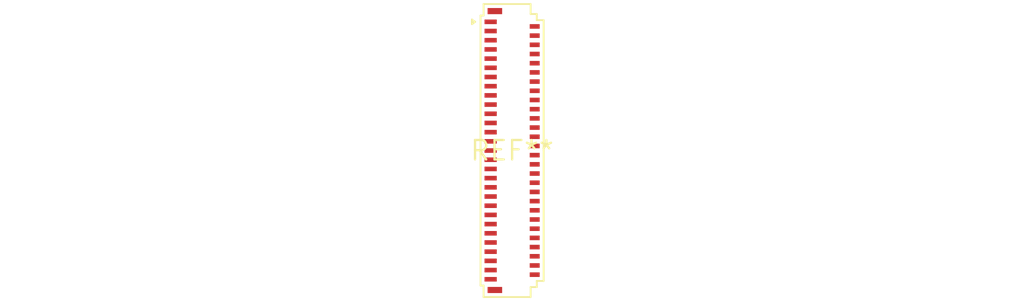
<source format=kicad_pcb>
(kicad_pcb (version 20240108) (generator pcbnew)
  (layers (0 "F.Cu" signal) (31 "B.Cu" signal) (34 "B.Paste" user) (35 "F.Paste" user) (36 "B.SilkS" user "B.Silkscreen") (37 "F.SilkS" user "F.Silkscreen") (38 "B.Mask" user) (39 "F.Mask" user) (44 "Edge.Cuts" user))
  (net 0 "")
  (footprint "Hirose_FH26-57S-0.3SHW_2Rows-57Pins-1MP_P0.60mm_Horizontal" (layer "F.Cu") (at 0 0)
    (property "Reference" "REF**")
    (property "Value" "Hirose_FH26-57S-0.3SHW_2Rows-57Pins-1MP_P0.60mm_Horizontal")
    (fp_line (start -2.622132 -8.55) (end -2.41 -8.4) (layer "F.SilkS") (stroke (width 0.12)))
    (fp_line (start -2.622132 -8.25) (end -2.622132 -8.55) (layer "F.SilkS") (stroke (width 0.12)))
    (fp_line (start -2.41 -8.4) (end -2.622132 -8.25) (layer "F.SilkS") (stroke (width 0.12)))
    (fp_line (start -2.06 -8.81) (end -2.06 0) (layer "F.SilkS") (stroke (width 0.12)))
    (fp_line (start -2.06 8.81) (end -2.06 0) (layer "F.SilkS") (stroke (width 0.12)))
    (fp_line (start -1.86 -9.56) (end -1.86 -8.81) (layer "F.SilkS") (stroke (width 0.12)))
    (fp_line (start -1.86 -8.81) (end -2.06 -8.81) (layer "F.SilkS") (stroke (width 0.12)))
    (fp_line (start -1.86 8.81) (end -2.06 8.81) (layer "F.SilkS") (stroke (width 0.12)))
    (fp_line (start -1.86 9.56) (end -1.86 8.81) (layer "F.SilkS") (stroke (width 0.12)))
    (fp_line (start 1.21 -9.56) (end -1.86 -9.56) (layer "F.SilkS") (stroke (width 0.12)))
    (fp_line (start 1.21 -8.91) (end 1.21 -9.56) (layer "F.SilkS") (stroke (width 0.12)))
    (fp_line (start 1.21 8.91) (end 1.21 9.56) (layer "F.SilkS") (stroke (width 0.12)))
    (fp_line (start 1.21 9.56) (end -1.86 9.56) (layer "F.SilkS") (stroke (width 0.12)))
    (fp_line (start 1.61 -8.91) (end 1.21 -8.91) (layer "F.SilkS") (stroke (width 0.12)))
    (fp_line (start 1.61 -8.51) (end 1.61 -8.91) (layer "F.SilkS") (stroke (width 0.12)))
    (fp_line (start 1.61 8.51) (end 1.61 8.91) (layer "F.SilkS") (stroke (width 0.12)))
    (fp_line (start 1.61 8.91) (end 1.21 8.91) (layer "F.SilkS") (stroke (width 0.12)))
    (fp_line (start 2.06 -8.51) (end 1.61 -8.51) (layer "F.SilkS") (stroke (width 0.12)))
    (fp_line (start 2.06 0) (end 2.06 -8.51) (layer "F.SilkS") (stroke (width 0.12)))
    (fp_line (start 2.06 0) (end 2.06 8.51) (layer "F.SilkS") (stroke (width 0.12)))
    (fp_line (start 2.06 8.51) (end 1.61 8.51) (layer "F.SilkS") (stroke (width 0.12)))
    (pad "1" smd rect (at -1.4 -8.4) (size 0.8 0.3) (layers "F.Cu" "F.Paste" "F.Mask"))
    (pad "2" smd rect (at 1.475 -8.1) (size 0.65 0.3) (layers "F.Cu" "F.Paste" "F.Mask"))
    (pad "3" smd rect (at -1.4 -7.8) (size 0.8 0.3) (layers "F.Cu" "F.Paste" "F.Mask"))
    (pad "4" smd rect (at 1.475 -7.5) (size 0.65 0.3) (layers "F.Cu" "F.Paste" "F.Mask"))
    (pad "5" smd rect (at -1.4 -7.2) (size 0.8 0.3) (layers "F.Cu" "F.Paste" "F.Mask"))
    (pad "6" smd rect (at 1.475 -6.9) (size 0.65 0.3) (layers "F.Cu" "F.Paste" "F.Mask"))
    (pad "7" smd rect (at -1.4 -6.6) (size 0.8 0.3) (layers "F.Cu" "F.Paste" "F.Mask"))
    (pad "8" smd rect (at 1.475 -6.3) (size 0.65 0.3) (layers "F.Cu" "F.Paste" "F.Mask"))
    (pad "9" smd rect (at -1.4 -6) (size 0.8 0.3) (layers "F.Cu" "F.Paste" "F.Mask"))
    (pad "10" smd rect (at 1.475 -5.7) (size 0.65 0.3) (layers "F.Cu" "F.Paste" "F.Mask"))
    (pad "11" smd rect (at -1.4 -5.4) (size 0.8 0.3) (layers "F.Cu" "F.Paste" "F.Mask"))
    (pad "12" smd rect (at 1.475 -5.1) (size 0.65 0.3) (layers "F.Cu" "F.Paste" "F.Mask"))
    (pad "13" smd rect (at -1.4 -4.8) (size 0.8 0.3) (layers "F.Cu" "F.Paste" "F.Mask"))
    (pad "14" smd rect (at 1.475 -4.5) (size 0.65 0.3) (layers "F.Cu" "F.Paste" "F.Mask"))
    (pad "15" smd rect (at -1.4 -4.2) (size 0.8 0.3) (layers "F.Cu" "F.Paste" "F.Mask"))
    (pad "16" smd rect (at 1.475 -3.9) (size 0.65 0.3) (layers "F.Cu" "F.Paste" "F.Mask"))
    (pad "17" smd rect (at -1.4 -3.6) (size 0.8 0.3) (layers "F.Cu" "F.Paste" "F.Mask"))
    (pad "18" smd rect (at 1.475 -3.3) (size 0.65 0.3) (layers "F.Cu" "F.Paste" "F.Mask"))
    (pad "19" smd rect (at -1.4 -3) (size 0.8 0.3) (layers "F.Cu" "F.Paste" "F.Mask"))
    (pad "20" smd rect (at 1.475 -2.7) (size 0.65 0.3) (layers "F.Cu" "F.Paste" "F.Mask"))
    (pad "21" smd rect (at -1.4 -2.4) (size 0.8 0.3) (layers "F.Cu" "F.Paste" "F.Mask"))
    (pad "22" smd rect (at 1.475 -2.1) (size 0.65 0.3) (layers "F.Cu" "F.Paste" "F.Mask"))
    (pad "23" smd rect (at -1.4 -1.8) (size 0.8 0.3) (layers "F.Cu" "F.Paste" "F.Mask"))
    (pad "24" smd rect (at 1.475 -1.5) (size 0.65 0.3) (layers "F.Cu" "F.Paste" "F.Mask"))
    (pad "25" smd rect (at -1.4 -1.2) (size 0.8 0.3) (layers "F.Cu" "F.Paste" "F.Mask"))
    (pad "26" smd rect (at 1.475 -0.9) (size 0.65 0.3) (layers "F.Cu" "F.Paste" "F.Mask"))
    (pad "27" smd rect (at -1.4 -0.6) (size 0.8 0.3) (layers "F.Cu" "F.Paste" "F.Mask"))
    (pad "28" smd rect (at 1.475 -0.3) (size 0.65 0.3) (layers "F.Cu" "F.Paste" "F.Mask"))
    (pad "29" smd rect (at -1.4 0) (size 0.8 0.3) (layers "F.Cu" "F.Paste" "F.Mask"))
    (pad "30" smd rect (at 1.475 0.3) (size 0.65 0.3) (layers "F.Cu" "F.Paste" "F.Mask"))
    (pad "31" smd rect (at -1.4 0.6) (size 0.8 0.3) (layers "F.Cu" "F.Paste" "F.Mask"))
    (pad "32" smd rect (at 1.475 0.9) (size 0.65 0.3) (layers "F.Cu" "F.Paste" "F.Mask"))
    (pad "33" smd rect (at -1.4 1.2) (size 0.8 0.3) (layers "F.Cu" "F.Paste" "F.Mask"))
    (pad "34" smd rect (at 1.475 1.5) (size 0.65 0.3) (layers "F.Cu" "F.Paste" "F.Mask"))
    (pad "35" smd rect (at -1.4 1.8) (size 0.8 0.3) (layers "F.Cu" "F.Paste" "F.Mask"))
    (pad "36" smd rect (at 1.475 2.1) (size 0.65 0.3) (layers "F.Cu" "F.Paste" "F.Mask"))
    (pad "37" smd rect (at -1.4 2.4) (size 0.8 0.3) (layers "F.Cu" "F.Paste" "F.Mask"))
    (pad "38" smd rect (at 1.475 2.7) (size 0.65 0.3) (layers "F.Cu" "F.Paste" "F.Mask"))
    (pad "39" smd rect (at -1.4 3) (size 0.8 0.3) (layers "F.Cu" "F.Paste" "F.Mask"))
    (pad "40" smd rect (at 1.475 3.3) (size 0.65 0.3) (layers "F.Cu" "F.Paste" "F.Mask"))
    (pad "41" smd rect (at -1.4 3.6) (size 0.8 0.3) (layers "F.Cu" "F.Paste" "F.Mask"))
    (pad "42" smd rect (at 1.475 3.9) (size 0.65 0.3) (layers "F.Cu" "F.Paste" "F.Mask"))
    (pad "43" smd rect (at -1.4 4.2) (size 0.8 0.3) (layers "F.Cu" "F.Paste" "F.Mask"))
    (pad "44" smd rect (at 1.475 4.5) (size 0.65 0.3) (layers "F.Cu" "F.Paste" "F.Mask"))
    (pad "45" smd rect (at -1.4 4.8) (size 0.8 0.3) (layers "F.Cu" "F.Paste" "F.Mask"))
    (pad "46" smd rect (at 1.475 5.1) (size 0.65 0.3) (layers "F.Cu" "F.Paste" "F.Mask"))
    (pad "47" smd rect (at -1.4 5.4) (size 0.8 0.3) (layers "F.Cu" "F.Paste" "F.Mask"))
    (pad "48" smd rect (at 1.475 5.7) (size 0.65 0.3) (layers "F.Cu" "F.Paste" "F.Mask"))
    (pad "49" smd rect (at -1.4 6) (size 0.8 0.3) (layers "F.Cu" "F.Paste" "F.Mask"))
    (pad "50" smd rect (at 1.475 6.3) (size 0.65 0.3) (layers "F.Cu" "F.Paste" "F.Mask"))
    (pad "51" smd rect (at -1.4 6.6) (size 0.8 0.3) (layers "F.Cu" "F.Paste" "F.Mask"))
    (pad "52" smd rect (at 1.475 6.9) (size 0.65 0.3) (layers "F.Cu" "F.Paste" "F.Mask"))
    (pad "53" smd rect (at -1.4 7.2) (size 0.8 0.3) (layers "F.Cu" "F.Paste" "F.Mask"))
    (pad "54" smd rect (at 1.475 7.5) (size 0.65 0.3) (layers "F.Cu" "F.Paste" "F.Mask"))
    (pad "55" smd rect (at -1.4 7.8) (size 0.8 0.3) (layers "F.Cu" "F.Paste" "F.Mask"))
    (pad "56" smd rect (at 1.475 8.1) (size 0.65 0.3) (layers "F.Cu" "F.Paste" "F.Mask"))
    (pad "57" smd rect (at -1.4 8.4) (size 0.8 0.3) (layers "F.Cu" "F.Paste" "F.Mask"))
    (pad "MP" smd rect (at -1.125 -9.1) (size 0.95 0.4) (layers "F.Cu" "F.Paste" "F.Mask"))
    (pad "MP" smd rect (at -1.125 9.1) (size 0.95 0.4) (layers "F.Cu" "F.Paste" "F.Mask"))
  )
)
</source>
